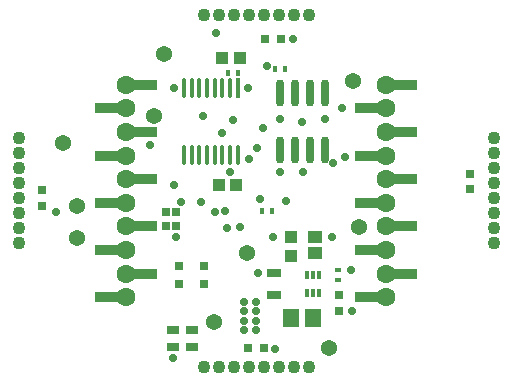
<source format=gts>
G04*
G04 #@! TF.GenerationSoftware,Altium Limited,Altium Designer,24.0.1 (36)*
G04*
G04 Layer_Color=8388736*
%FSLAX44Y44*%
%MOMM*%
G71*
G04*
G04 #@! TF.SameCoordinates,BFD44B55-2052-4A58-B096-8A348341E0BB*
G04*
G04*
G04 #@! TF.FilePolarity,Negative*
G04*
G01*
G75*
%ADD16R,0.6500X0.7000*%
%ADD19R,1.4061X1.5082*%
%ADD20R,1.1000X1.0000*%
%ADD21R,1.3000X0.7000*%
%ADD22R,0.5000X0.4000*%
%ADD23R,0.7000X0.6500*%
%ADD24R,0.4000X0.5000*%
%ADD26R,0.8000X0.8000*%
G04:AMPARAMS|DCode=28|XSize=1.6554mm|YSize=0.3808mm|CornerRadius=0.1904mm|HoleSize=0mm|Usage=FLASHONLY|Rotation=270.000|XOffset=0mm|YOffset=0mm|HoleType=Round|Shape=RoundedRectangle|*
%AMROUNDEDRECTD28*
21,1,1.6554,0.0000,0,0,270.0*
21,1,1.2747,0.3808,0,0,270.0*
1,1,0.3808,0.0000,-0.6373*
1,1,0.3808,0.0000,0.6373*
1,1,0.3808,0.0000,0.6373*
1,1,0.3808,0.0000,-0.6373*
%
%ADD28ROUNDEDRECTD28*%
%ADD29R,0.3808X1.6554*%
%ADD32O,0.6500X2.3000*%
%ADD33R,0.4000X0.8000*%
%ADD34R,0.7000X0.6500*%
%ADD35R,1.2000X1.1000*%
%ADD36R,1.0000X0.8000*%
%ADD37R,1.0500X1.0500*%
%ADD38R,2.2000X0.9500*%
%ADD39C,1.1000*%
%ADD40C,1.6000*%
%ADD41C,1.3700*%
%ADD42C,0.7000*%
D16*
X168143Y282725D02*
D03*
X154643D02*
D03*
X139847Y21000D02*
D03*
X153347D02*
D03*
D19*
X176732Y47002D02*
D03*
X195254D02*
D03*
D20*
X176134Y99000D02*
D03*
Y115000D02*
D03*
D21*
X161875Y85293D02*
D03*
Y66293D02*
D03*
D22*
X215919Y79241D02*
D03*
Y87241D02*
D03*
D23*
X217022Y66293D02*
D03*
Y52793D02*
D03*
X328000Y155625D02*
D03*
Y169125D02*
D03*
X-34502Y154860D02*
D03*
Y141360D02*
D03*
D24*
X152143Y137110D02*
D03*
X160143D02*
D03*
X171143Y258031D02*
D03*
X163143D02*
D03*
X131525Y254281D02*
D03*
X123525D02*
D03*
D26*
X82025Y90741D02*
D03*
Y75741D02*
D03*
X102590Y90521D02*
D03*
Y75521D02*
D03*
D28*
X131372Y184746D02*
D03*
X124872D02*
D03*
X118372D02*
D03*
X111872D02*
D03*
X105372D02*
D03*
X98872D02*
D03*
X92372D02*
D03*
X85872D02*
D03*
Y241254D02*
D03*
X92372D02*
D03*
X98872D02*
D03*
X105372D02*
D03*
X111872D02*
D03*
X118372D02*
D03*
X124872D02*
D03*
D29*
X131372D02*
D03*
D32*
X205303Y237000D02*
D03*
X192603D02*
D03*
X179904D02*
D03*
X167204D02*
D03*
X205303Y189000D02*
D03*
X192603D02*
D03*
X179904D02*
D03*
X167204D02*
D03*
D33*
X190173Y68001D02*
D03*
X195254D02*
D03*
X200333D02*
D03*
Y83241D02*
D03*
X195254D02*
D03*
X190173D02*
D03*
D34*
X79275Y124361D02*
D03*
X70775D02*
D03*
X79275Y136657D02*
D03*
X70775D02*
D03*
D35*
X196775Y101702D02*
D03*
Y115702D02*
D03*
D36*
X76525Y36500D02*
D03*
Y22500D02*
D03*
X93125Y36500D02*
D03*
Y22500D02*
D03*
D37*
X133025Y267125D02*
D03*
X118025D02*
D03*
X130175Y159110D02*
D03*
X115175D02*
D03*
D38*
X52439Y244361D02*
D03*
Y204361D02*
D03*
Y164361D02*
D03*
Y124361D02*
D03*
Y84361D02*
D03*
X21439Y224361D02*
D03*
Y184361D02*
D03*
Y104361D02*
D03*
Y64361D02*
D03*
Y144361D02*
D03*
X272404Y244361D02*
D03*
Y204361D02*
D03*
Y164361D02*
D03*
Y124361D02*
D03*
Y84361D02*
D03*
X241404Y224361D02*
D03*
Y184361D02*
D03*
Y104361D02*
D03*
Y64361D02*
D03*
Y144361D02*
D03*
D39*
X348000Y110090D02*
D03*
Y122790D02*
D03*
Y135490D02*
D03*
Y148190D02*
D03*
Y160890D02*
D03*
Y173590D02*
D03*
Y186290D02*
D03*
Y198990D02*
D03*
X-54000Y198910D02*
D03*
Y186210D02*
D03*
Y173510D02*
D03*
Y160810D02*
D03*
Y148110D02*
D03*
Y135410D02*
D03*
Y122710D02*
D03*
Y110010D02*
D03*
X102590Y5000D02*
D03*
X115290D02*
D03*
X127990D02*
D03*
X140690D02*
D03*
X153390D02*
D03*
X166090D02*
D03*
X178790D02*
D03*
X191490D02*
D03*
X191410Y303000D02*
D03*
X178710D02*
D03*
X166010D02*
D03*
X153310D02*
D03*
X140610D02*
D03*
X127910D02*
D03*
X115210D02*
D03*
X102510D02*
D03*
D40*
X36939Y104361D02*
D03*
Y64361D02*
D03*
Y84361D02*
D03*
Y164361D02*
D03*
Y124361D02*
D03*
Y144361D02*
D03*
Y224361D02*
D03*
Y184361D02*
D03*
Y204361D02*
D03*
Y244361D02*
D03*
X256903Y104361D02*
D03*
Y64361D02*
D03*
Y84361D02*
D03*
Y164361D02*
D03*
Y124361D02*
D03*
Y144361D02*
D03*
Y224361D02*
D03*
Y184361D02*
D03*
Y204361D02*
D03*
Y244361D02*
D03*
D41*
X60454Y218010D02*
D03*
X233941Y124000D02*
D03*
X229291Y247319D02*
D03*
X139559Y101629D02*
D03*
X208740Y21758D02*
D03*
X110958Y43685D02*
D03*
X68875Y270135D02*
D03*
X-16136Y194730D02*
D03*
X-5000Y142028D02*
D03*
Y114605D02*
D03*
D42*
X77525Y241254D02*
D03*
X222614Y182827D02*
D03*
X212325Y178044D02*
D03*
X161143Y115000D02*
D03*
X148595Y85293D02*
D03*
X156143Y260075D02*
D03*
X227195Y87611D02*
D03*
X163379Y20896D02*
D03*
X140525Y241254D02*
D03*
X100125Y145110D02*
D03*
X79275Y115702D02*
D03*
X124872Y170375D02*
D03*
X120743Y137642D02*
D03*
X133025Y124264D02*
D03*
X122675Y122790D02*
D03*
X112025Y136907D02*
D03*
X146597Y36500D02*
D03*
Y44478D02*
D03*
Y52793D02*
D03*
Y60539D02*
D03*
X136875Y36500D02*
D03*
Y44478D02*
D03*
X137175Y52793D02*
D03*
Y60539D02*
D03*
X76475Y12620D02*
D03*
X228315Y53041D02*
D03*
X210919Y115500D02*
D03*
X77525Y159375D02*
D03*
X172393Y145584D02*
D03*
X150393Y147875D02*
D03*
X140875Y181750D02*
D03*
X178385Y282621D02*
D03*
X167143Y215244D02*
D03*
X127119Y214361D02*
D03*
X186875Y170375D02*
D03*
X167622D02*
D03*
X205310Y215644D02*
D03*
X186254Y213000D02*
D03*
X219918Y224361D02*
D03*
X-22000Y136360D02*
D03*
X56895Y193000D02*
D03*
X102192Y218000D02*
D03*
X118125Y203089D02*
D03*
X152893Y208000D02*
D03*
X112875Y287725D02*
D03*
X83275Y145110D02*
D03*
X147827Y190502D02*
D03*
M02*

</source>
